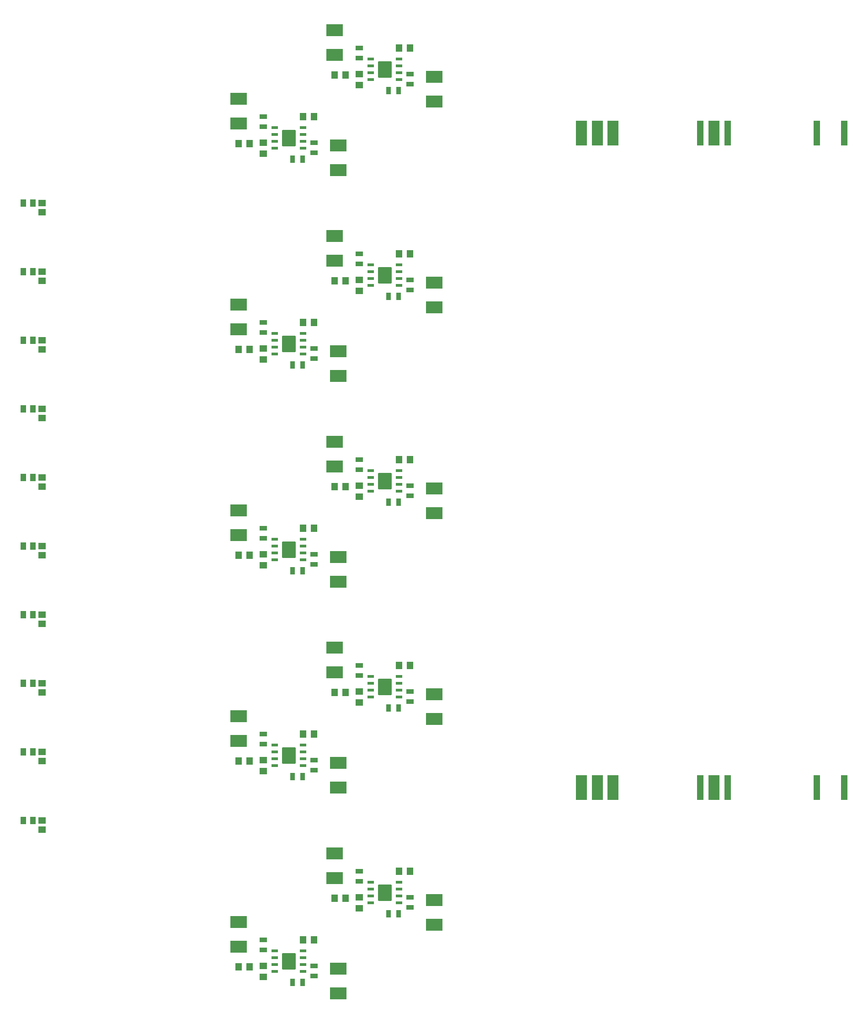
<source format=gbr>
%TF.GenerationSoftware,Altium Limited,Altium Designer,25.0.2 (28)*%
G04 Layer_Color=128*
%FSLAX45Y45*%
%MOMM*%
%TF.SameCoordinates,BFBE90A8-51B7-47FB-822D-EC39B52C7656*%
%TF.FilePolarity,Positive*%
%TF.FileFunction,Paste,Bot*%
%TF.Part,Single*%
G01*
G75*
%TA.AperFunction,SMDPad,CuDef*%
%ADD10R,2.03200X4.57200*%
%ADD11R,1.45000X1.20000*%
%ADD12R,1.20000X1.45000*%
%ADD13R,0.95000X1.40000*%
G04:AMPARAMS|DCode=15|XSize=0.55mm|YSize=1.25mm|CornerRadius=0.0495mm|HoleSize=0mm|Usage=FLASHONLY|Rotation=90.000|XOffset=0mm|YOffset=0mm|HoleType=Round|Shape=RoundedRectangle|*
%AMROUNDEDRECTD15*
21,1,0.55000,1.15100,0,0,90.0*
21,1,0.45100,1.25000,0,0,90.0*
1,1,0.09900,0.57550,0.22550*
1,1,0.09900,0.57550,-0.22550*
1,1,0.09900,-0.57550,-0.22550*
1,1,0.09900,-0.57550,0.22550*
%
%ADD15ROUNDEDRECTD15*%
%ADD16R,3.04800X2.28600*%
%ADD17R,1.40000X0.95000*%
%ADD18R,1.45000X1.30000*%
%ADD19R,1.00000X1.35000*%
%ADD50R,1.27000X4.57200*%
%TA.AperFunction,OtherPad,Pad U19-9 (119.38mm,72.39mm)*%
G04:AMPARAMS|DCode=83|XSize=2.49mm|YSize=3mm|CornerRadius=0.0498mm|HoleSize=0mm|Usage=FLASHONLY|Rotation=0.000|XOffset=0mm|YOffset=0mm|HoleType=Round|Shape=RoundedRectangle|*
%AMROUNDEDRECTD83*
21,1,2.49000,2.90040,0,0,0.0*
21,1,2.39040,3.00000,0,0,0.0*
1,1,0.09960,1.19520,-1.45020*
1,1,0.09960,-1.19520,-1.45020*
1,1,0.09960,-1.19520,1.45020*
1,1,0.09960,1.19520,1.45020*
%
%ADD83ROUNDEDRECTD83*%
%TA.AperFunction,OtherPad,Pad U17-9 (119.38mm,110.49mm)*%
G04:AMPARAMS|DCode=84|XSize=2.49mm|YSize=3mm|CornerRadius=0.0498mm|HoleSize=0mm|Usage=FLASHONLY|Rotation=0.000|XOffset=0mm|YOffset=0mm|HoleType=Round|Shape=RoundedRectangle|*
%AMROUNDEDRECTD84*
21,1,2.49000,2.90040,0,0,0.0*
21,1,2.39040,3.00000,0,0,0.0*
1,1,0.09960,1.19520,-1.45020*
1,1,0.09960,-1.19520,-1.45020*
1,1,0.09960,-1.19520,1.45020*
1,1,0.09960,1.19520,1.45020*
%
%ADD84ROUNDEDRECTD84*%
%TA.AperFunction,OtherPad,Pad U11-9 (119.38mm,224.79mm)*%
G04:AMPARAMS|DCode=85|XSize=2.49mm|YSize=3mm|CornerRadius=0.0498mm|HoleSize=0mm|Usage=FLASHONLY|Rotation=0.000|XOffset=0mm|YOffset=0mm|HoleType=Round|Shape=RoundedRectangle|*
%AMROUNDEDRECTD85*
21,1,2.49000,2.90040,0,0,0.0*
21,1,2.39040,3.00000,0,0,0.0*
1,1,0.09960,1.19520,-1.45020*
1,1,0.09960,-1.19520,-1.45020*
1,1,0.09960,-1.19520,1.45020*
1,1,0.09960,1.19520,1.45020*
%
%ADD85ROUNDEDRECTD85*%
%TA.AperFunction,OtherPad,Pad U13-9 (119.38mm,186.69mm)*%
G04:AMPARAMS|DCode=86|XSize=2.49mm|YSize=3mm|CornerRadius=0.0498mm|HoleSize=0mm|Usage=FLASHONLY|Rotation=0.000|XOffset=0mm|YOffset=0mm|HoleType=Round|Shape=RoundedRectangle|*
%AMROUNDEDRECTD86*
21,1,2.49000,2.90040,0,0,0.0*
21,1,2.39040,3.00000,0,0,0.0*
1,1,0.09960,1.19520,-1.45020*
1,1,0.09960,-1.19520,-1.45020*
1,1,0.09960,-1.19520,1.45020*
1,1,0.09960,1.19520,1.45020*
%
%ADD86ROUNDEDRECTD86*%
%TA.AperFunction,OtherPad,Pad U15-9 (119.38mm,148.59mm)*%
G04:AMPARAMS|DCode=87|XSize=2.49mm|YSize=3mm|CornerRadius=0.0498mm|HoleSize=0mm|Usage=FLASHONLY|Rotation=0.000|XOffset=0mm|YOffset=0mm|HoleType=Round|Shape=RoundedRectangle|*
%AMROUNDEDRECTD87*
21,1,2.49000,2.90040,0,0,0.0*
21,1,2.39040,3.00000,0,0,0.0*
1,1,0.09960,1.19520,-1.45020*
1,1,0.09960,-1.19520,-1.45020*
1,1,0.09960,-1.19520,1.45020*
1,1,0.09960,1.19520,1.45020*
%
%ADD87ROUNDEDRECTD87*%
%TA.AperFunction,OtherPad,Pad U20-9 (101.6mm,59.69mm)*%
G04:AMPARAMS|DCode=88|XSize=2.49mm|YSize=3mm|CornerRadius=0.0498mm|HoleSize=0mm|Usage=FLASHONLY|Rotation=0.000|XOffset=0mm|YOffset=0mm|HoleType=Round|Shape=RoundedRectangle|*
%AMROUNDEDRECTD88*
21,1,2.49000,2.90040,0,0,0.0*
21,1,2.39040,3.00000,0,0,0.0*
1,1,0.09960,1.19520,-1.45020*
1,1,0.09960,-1.19520,-1.45020*
1,1,0.09960,-1.19520,1.45020*
1,1,0.09960,1.19520,1.45020*
%
%ADD88ROUNDEDRECTD88*%
%TA.AperFunction,OtherPad,Pad U18-9 (101.6mm,97.79mm)*%
G04:AMPARAMS|DCode=89|XSize=2.49mm|YSize=3mm|CornerRadius=0.0498mm|HoleSize=0mm|Usage=FLASHONLY|Rotation=0.000|XOffset=0mm|YOffset=0mm|HoleType=Round|Shape=RoundedRectangle|*
%AMROUNDEDRECTD89*
21,1,2.49000,2.90040,0,0,0.0*
21,1,2.39040,3.00000,0,0,0.0*
1,1,0.09960,1.19520,-1.45020*
1,1,0.09960,-1.19520,-1.45020*
1,1,0.09960,-1.19520,1.45020*
1,1,0.09960,1.19520,1.45020*
%
%ADD89ROUNDEDRECTD89*%
%TA.AperFunction,OtherPad,Pad U12-9 (101.6mm,212.09mm)*%
G04:AMPARAMS|DCode=90|XSize=2.49mm|YSize=3mm|CornerRadius=0.0498mm|HoleSize=0mm|Usage=FLASHONLY|Rotation=0.000|XOffset=0mm|YOffset=0mm|HoleType=Round|Shape=RoundedRectangle|*
%AMROUNDEDRECTD90*
21,1,2.49000,2.90040,0,0,0.0*
21,1,2.39040,3.00000,0,0,0.0*
1,1,0.09960,1.19520,-1.45020*
1,1,0.09960,-1.19520,-1.45020*
1,1,0.09960,-1.19520,1.45020*
1,1,0.09960,1.19520,1.45020*
%
%ADD90ROUNDEDRECTD90*%
%TA.AperFunction,OtherPad,Pad U14-9 (101.6mm,173.99mm)*%
G04:AMPARAMS|DCode=91|XSize=2.49mm|YSize=3mm|CornerRadius=0.0498mm|HoleSize=0mm|Usage=FLASHONLY|Rotation=0.000|XOffset=0mm|YOffset=0mm|HoleType=Round|Shape=RoundedRectangle|*
%AMROUNDEDRECTD91*
21,1,2.49000,2.90040,0,0,0.0*
21,1,2.39040,3.00000,0,0,0.0*
1,1,0.09960,1.19520,-1.45020*
1,1,0.09960,-1.19520,-1.45020*
1,1,0.09960,-1.19520,1.45020*
1,1,0.09960,1.19520,1.45020*
%
%ADD91ROUNDEDRECTD91*%
%TA.AperFunction,OtherPad,Pad U16-9 (101.6mm,135.89mm)*%
G04:AMPARAMS|DCode=92|XSize=2.49mm|YSize=3mm|CornerRadius=0.0498mm|HoleSize=0mm|Usage=FLASHONLY|Rotation=0.000|XOffset=0mm|YOffset=0mm|HoleType=Round|Shape=RoundedRectangle|*
%AMROUNDEDRECTD92*
21,1,2.49000,2.90040,0,0,0.0*
21,1,2.39040,3.00000,0,0,0.0*
1,1,0.09960,1.19520,-1.45020*
1,1,0.09960,-1.19520,-1.45020*
1,1,0.09960,-1.19520,1.45020*
1,1,0.09960,1.19520,1.45020*
%
%ADD92ROUNDEDRECTD92*%
D10*
X16167101Y9182100D02*
D03*
X15582899D02*
D03*
X15875000D02*
D03*
X18034000D02*
D03*
Y21297900D02*
D03*
X15875000D02*
D03*
X15582899D02*
D03*
X16167101D02*
D03*
D11*
X11468100Y7148500D02*
D03*
Y6948500D02*
D03*
Y10958500D02*
D03*
Y10758500D02*
D03*
Y22388499D02*
D03*
Y22188499D02*
D03*
Y18578500D02*
D03*
Y18378500D02*
D03*
Y14768500D02*
D03*
Y14568500D02*
D03*
X9690100Y5878500D02*
D03*
Y5678500D02*
D03*
Y9688500D02*
D03*
Y9488500D02*
D03*
Y21118500D02*
D03*
Y20918500D02*
D03*
Y17308501D02*
D03*
Y17108501D02*
D03*
Y13498500D02*
D03*
Y13298500D02*
D03*
D12*
X12206300Y7632700D02*
D03*
X12406300D02*
D03*
X12206300Y11442700D02*
D03*
X12406300D02*
D03*
X12206300Y22872701D02*
D03*
X12406300D02*
D03*
X12206300Y19062700D02*
D03*
X12406300D02*
D03*
X12206300Y15252699D02*
D03*
X12406300D02*
D03*
X11012500Y7137400D02*
D03*
X11212500D02*
D03*
X11012500Y10947400D02*
D03*
X11212500D02*
D03*
X11012500Y22377400D02*
D03*
X11212500D02*
D03*
X11012500Y18567400D02*
D03*
X11212500D02*
D03*
X11012500Y14757401D02*
D03*
X11212500D02*
D03*
X10428300Y13982700D02*
D03*
X10628300D02*
D03*
X9234500Y21107401D02*
D03*
X9434500D02*
D03*
X9234500Y17297400D02*
D03*
X9434500D02*
D03*
X9234500Y5867400D02*
D03*
X9434500D02*
D03*
X9234500Y9677400D02*
D03*
X9434500D02*
D03*
X10428300Y6362700D02*
D03*
X10628300D02*
D03*
X10428300Y10172700D02*
D03*
X10628300D02*
D03*
X10428300Y21602699D02*
D03*
X10628300D02*
D03*
X10428300Y17792700D02*
D03*
X10628300D02*
D03*
X9234500Y13487399D02*
D03*
X9434500D02*
D03*
D13*
X12010600Y6845300D02*
D03*
X12195600D02*
D03*
X12010600Y10655300D02*
D03*
X12195600D02*
D03*
X12010600Y22085300D02*
D03*
X12195600D02*
D03*
X12010600Y18275301D02*
D03*
X12195600D02*
D03*
X12010600Y14465300D02*
D03*
X12195600D02*
D03*
X10232600Y5575300D02*
D03*
X10417600D02*
D03*
X10232600Y9385300D02*
D03*
X10417600D02*
D03*
X10232600Y20815300D02*
D03*
X10417600D02*
D03*
X10232600Y17005299D02*
D03*
X10417600D02*
D03*
X10232600Y13195300D02*
D03*
X10417600D02*
D03*
D15*
X11675500Y7048500D02*
D03*
Y7175500D02*
D03*
Y7302500D02*
D03*
Y7429500D02*
D03*
X12200500Y7048500D02*
D03*
Y7175500D02*
D03*
Y7302500D02*
D03*
Y7429500D02*
D03*
X11675500Y10858500D02*
D03*
Y10985500D02*
D03*
Y11112500D02*
D03*
Y11239500D02*
D03*
X12200500Y10858500D02*
D03*
Y10985500D02*
D03*
Y11112500D02*
D03*
Y11239500D02*
D03*
X11675500Y22288499D02*
D03*
Y22415500D02*
D03*
Y22542500D02*
D03*
Y22669501D02*
D03*
X12200500Y22288499D02*
D03*
Y22415500D02*
D03*
Y22542500D02*
D03*
Y22669501D02*
D03*
X11675500Y18478500D02*
D03*
Y18605499D02*
D03*
Y18732500D02*
D03*
Y18859500D02*
D03*
X12200500Y18478500D02*
D03*
Y18605499D02*
D03*
Y18732500D02*
D03*
Y18859500D02*
D03*
X11675500Y14668500D02*
D03*
Y14795500D02*
D03*
Y14922501D02*
D03*
Y15049500D02*
D03*
X12200500Y14668500D02*
D03*
Y14795500D02*
D03*
Y14922501D02*
D03*
Y15049500D02*
D03*
X9897500Y5778500D02*
D03*
Y5905500D02*
D03*
Y6032500D02*
D03*
Y6159500D02*
D03*
X10422500Y5778500D02*
D03*
Y5905500D02*
D03*
Y6032500D02*
D03*
Y6159500D02*
D03*
X9897500Y9588500D02*
D03*
Y9715500D02*
D03*
Y9842500D02*
D03*
Y9969500D02*
D03*
X10422500Y9588500D02*
D03*
Y9715500D02*
D03*
Y9842500D02*
D03*
Y9969500D02*
D03*
X9897500Y21018500D02*
D03*
Y21145500D02*
D03*
Y21272501D02*
D03*
Y21399500D02*
D03*
X10422500Y21018500D02*
D03*
Y21145500D02*
D03*
Y21272501D02*
D03*
Y21399500D02*
D03*
X9897500Y17208501D02*
D03*
Y17335500D02*
D03*
Y17462500D02*
D03*
Y17589500D02*
D03*
X10422500Y17208501D02*
D03*
Y17335500D02*
D03*
Y17462500D02*
D03*
Y17589500D02*
D03*
X9897500Y13398500D02*
D03*
Y13525500D02*
D03*
Y13652499D02*
D03*
Y13779500D02*
D03*
X10422500Y13398500D02*
D03*
Y13525500D02*
D03*
Y13652499D02*
D03*
Y13779500D02*
D03*
D16*
X11010900Y15582899D02*
D03*
Y15125700D02*
D03*
X12852400Y6642100D02*
D03*
Y7099300D02*
D03*
Y10452100D02*
D03*
Y10909300D02*
D03*
Y21882100D02*
D03*
Y22339301D02*
D03*
Y18072099D02*
D03*
Y18529300D02*
D03*
Y14262100D02*
D03*
Y14719299D02*
D03*
X11074400Y5372100D02*
D03*
Y5829300D02*
D03*
Y9182100D02*
D03*
Y9639300D02*
D03*
Y20612100D02*
D03*
Y21069299D02*
D03*
Y16802100D02*
D03*
Y17259300D02*
D03*
X9232900Y6692900D02*
D03*
Y6235700D02*
D03*
Y10502900D02*
D03*
Y10045700D02*
D03*
Y21932899D02*
D03*
Y21475700D02*
D03*
Y18122900D02*
D03*
Y17665700D02*
D03*
X11074400Y12992101D02*
D03*
Y13449300D02*
D03*
X9232900Y14312900D02*
D03*
Y13855701D02*
D03*
X11010900Y19392900D02*
D03*
Y18935699D02*
D03*
Y11772900D02*
D03*
Y11315700D02*
D03*
Y23202901D02*
D03*
Y22745700D02*
D03*
Y7962900D02*
D03*
Y7505700D02*
D03*
D17*
X11468100Y7451300D02*
D03*
Y7636300D02*
D03*
Y11261300D02*
D03*
Y11446300D02*
D03*
Y22691299D02*
D03*
Y22876300D02*
D03*
Y18881300D02*
D03*
Y19066299D02*
D03*
Y15071300D02*
D03*
Y15256300D02*
D03*
X12407900Y7153700D02*
D03*
Y6968700D02*
D03*
Y10963700D02*
D03*
Y10778700D02*
D03*
Y22393700D02*
D03*
Y22208701D02*
D03*
Y18583701D02*
D03*
Y18398700D02*
D03*
Y14773700D02*
D03*
Y14588699D02*
D03*
X10629900Y21123700D02*
D03*
Y20938699D02*
D03*
Y5883700D02*
D03*
Y5698700D02*
D03*
Y9693700D02*
D03*
Y9508700D02*
D03*
Y17313699D02*
D03*
Y17128700D02*
D03*
X9690100Y6181300D02*
D03*
Y6366300D02*
D03*
Y9991300D02*
D03*
Y10176300D02*
D03*
Y21421300D02*
D03*
Y21606300D02*
D03*
Y17611301D02*
D03*
Y17796300D02*
D03*
X10629900Y13503700D02*
D03*
Y13318700D02*
D03*
X9690100Y13801300D02*
D03*
Y13986301D02*
D03*
D18*
X5588000Y8407501D02*
D03*
Y8572501D02*
D03*
Y9677501D02*
D03*
Y9842501D02*
D03*
Y10947501D02*
D03*
Y11112501D02*
D03*
Y12217501D02*
D03*
Y12382501D02*
D03*
Y13487502D02*
D03*
Y13652501D02*
D03*
Y14757501D02*
D03*
Y14922501D02*
D03*
Y16027501D02*
D03*
Y16192500D02*
D03*
Y17297501D02*
D03*
Y17462502D02*
D03*
Y18567500D02*
D03*
Y18732501D02*
D03*
Y19837502D02*
D03*
Y20002501D02*
D03*
D19*
X5424000Y8572500D02*
D03*
X5244000D02*
D03*
X5424000Y12382500D02*
D03*
X5244000D02*
D03*
X5424000Y14922501D02*
D03*
X5244000D02*
D03*
X5424000Y11112500D02*
D03*
X5244000D02*
D03*
X5424000Y9842500D02*
D03*
X5244000D02*
D03*
X5424000Y16192500D02*
D03*
X5244000D02*
D03*
X5424000Y13652499D02*
D03*
X5244000D02*
D03*
X5424000Y17462500D02*
D03*
X5244000D02*
D03*
X5424000Y20002499D02*
D03*
X5244000D02*
D03*
X5424000Y18732500D02*
D03*
X5244000D02*
D03*
D50*
X18288000Y9182100D02*
D03*
X17780000D02*
D03*
X20447000D02*
D03*
X19939000D02*
D03*
X20447000Y21297900D02*
D03*
X19939000D02*
D03*
X18288000D02*
D03*
X17780000D02*
D03*
D83*
X11938000Y7239000D02*
D03*
D84*
Y11049000D02*
D03*
D85*
Y22478999D02*
D03*
D86*
Y18669000D02*
D03*
D87*
Y14859000D02*
D03*
D88*
X10160000Y5969000D02*
D03*
D89*
Y9779000D02*
D03*
D90*
Y21209000D02*
D03*
D91*
Y17399001D02*
D03*
D92*
Y13589000D02*
D03*
%TF.MD5,fbe92048a5cc67c51b9f8774495afc5b*%
M02*

</source>
